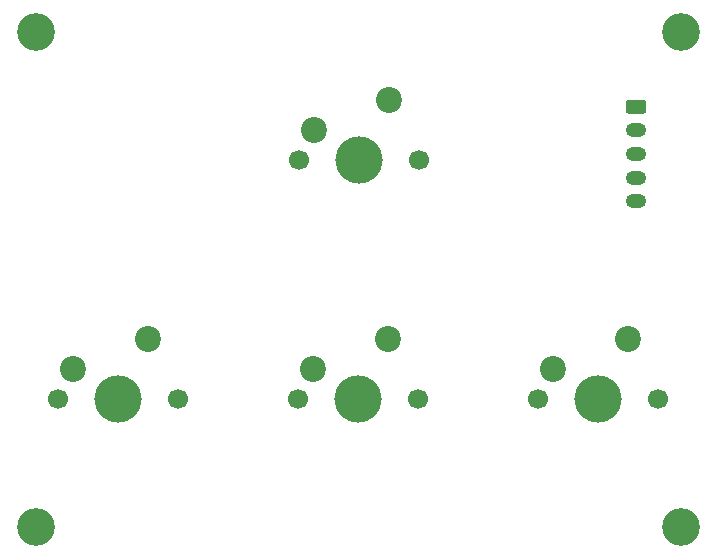
<source format=gbs>
%TF.GenerationSoftware,KiCad,Pcbnew,(5.1.12)-1*%
%TF.CreationDate,2021-12-29T02:26:32-05:00*%
%TF.ProjectId,4keymacropad,346b6579-6d61-4637-926f-7061642e6b69,rev?*%
%TF.SameCoordinates,Original*%
%TF.FileFunction,Soldermask,Bot*%
%TF.FilePolarity,Negative*%
%FSLAX46Y46*%
G04 Gerber Fmt 4.6, Leading zero omitted, Abs format (unit mm)*
G04 Created by KiCad (PCBNEW (5.1.12)-1) date 2021-12-29 02:26:32*
%MOMM*%
%LPD*%
G01*
G04 APERTURE LIST*
%ADD10C,3.200000*%
%ADD11C,2.200000*%
%ADD12C,4.000000*%
%ADD13C,1.700000*%
%ADD14O,1.750000X1.200000*%
G04 APERTURE END LIST*
D10*
%TO.C,REF\u002A\u002A*%
X161925000Y-69850000D03*
%TD*%
%TO.C,REF\u002A\u002A*%
X107315000Y-69850000D03*
%TD*%
%TO.C,REF\u002A\u002A*%
X107315000Y-111760000D03*
%TD*%
%TO.C,REF\u002A\u002A*%
X161925000Y-111760000D03*
%TD*%
D11*
%TO.C,SW2*%
X116840000Y-95885000D03*
X110490000Y-98425000D03*
D12*
X114300000Y-100965000D03*
D13*
X109220000Y-100965000D03*
X119380000Y-100965000D03*
%TD*%
%TO.C,J1*%
G36*
G01*
X157489999Y-75600000D02*
X158740001Y-75600000D01*
G75*
G02*
X158990000Y-75849999I0J-249999D01*
G01*
X158990000Y-76550001D01*
G75*
G02*
X158740001Y-76800000I-249999J0D01*
G01*
X157489999Y-76800000D01*
G75*
G02*
X157240000Y-76550001I0J249999D01*
G01*
X157240000Y-75849999D01*
G75*
G02*
X157489999Y-75600000I249999J0D01*
G01*
G37*
D14*
X158115000Y-78200000D03*
X158115000Y-80200000D03*
X158115000Y-82200000D03*
X158115000Y-84200000D03*
%TD*%
D11*
%TO.C,SW1*%
X137235001Y-75640001D03*
X130885001Y-78180001D03*
D12*
X134695001Y-80720001D03*
D13*
X129615001Y-80720001D03*
X139775001Y-80720001D03*
%TD*%
%TO.C,SW3*%
X139700000Y-100965000D03*
X129540000Y-100965000D03*
D12*
X134620000Y-100965000D03*
D11*
X130810000Y-98425000D03*
X137160000Y-95885000D03*
%TD*%
D13*
%TO.C,SW4*%
X159975001Y-100920001D03*
X149815001Y-100920001D03*
D12*
X154895001Y-100920001D03*
D11*
X151085001Y-98380001D03*
X157435001Y-95840001D03*
%TD*%
M02*

</source>
